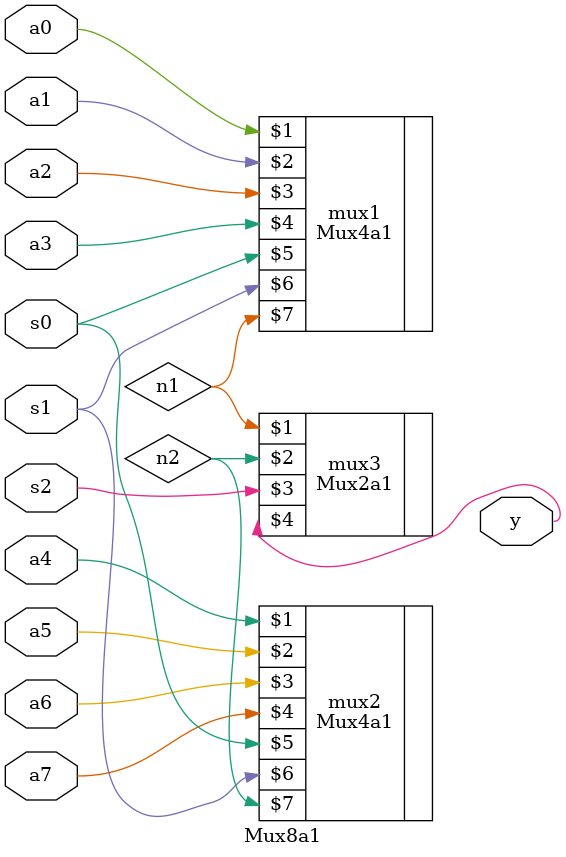
<source format=v>
`timescale 1ns / 1ps

module Mux8a1(a0,a1,a2,a3,a4,a5,a6,a7,s0,s1,s2,y);
    input a0,a1,a2,a3,a4,a5,a6,a7,s0,s1,s2;
    output y;
    wire n1, n2;

    Mux4a1 mux1(a0, a1, a2, a3, s0, s1, n1);
    Mux4a1 mux2(a4, a5, a6, a7, s0, s1, n2);
    
    Mux2a1 mux3(n1, n2, s2, y);
endmodule


</source>
